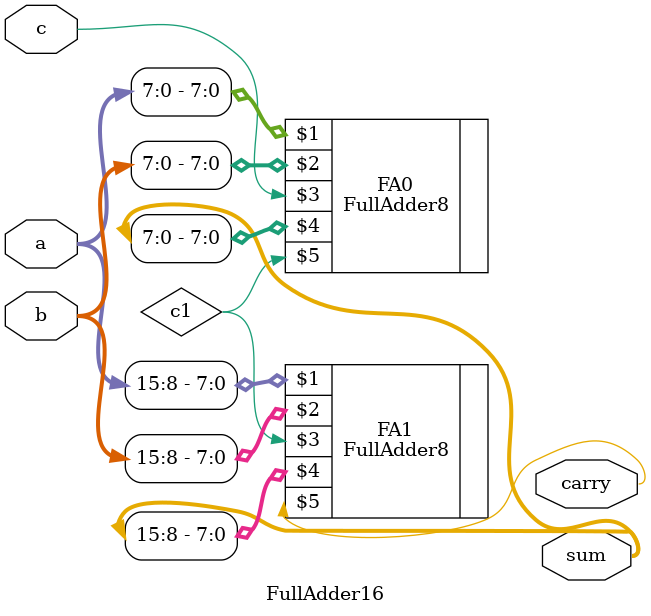
<source format=v>
`include "FullAdder8.v"
module FullAdder16(a,b,c,sum,carry);
input [15:0] a,b;
input c;
output [15:0] sum;
output carry;
wire c1;

FullAdder8 FA0(a[7:0],b[7:0],c,sum[7:0],c1);
FullAdder8 FA1(a[15:8],b[15:8],c1,sum[15:8],carry);
endmodule

</source>
